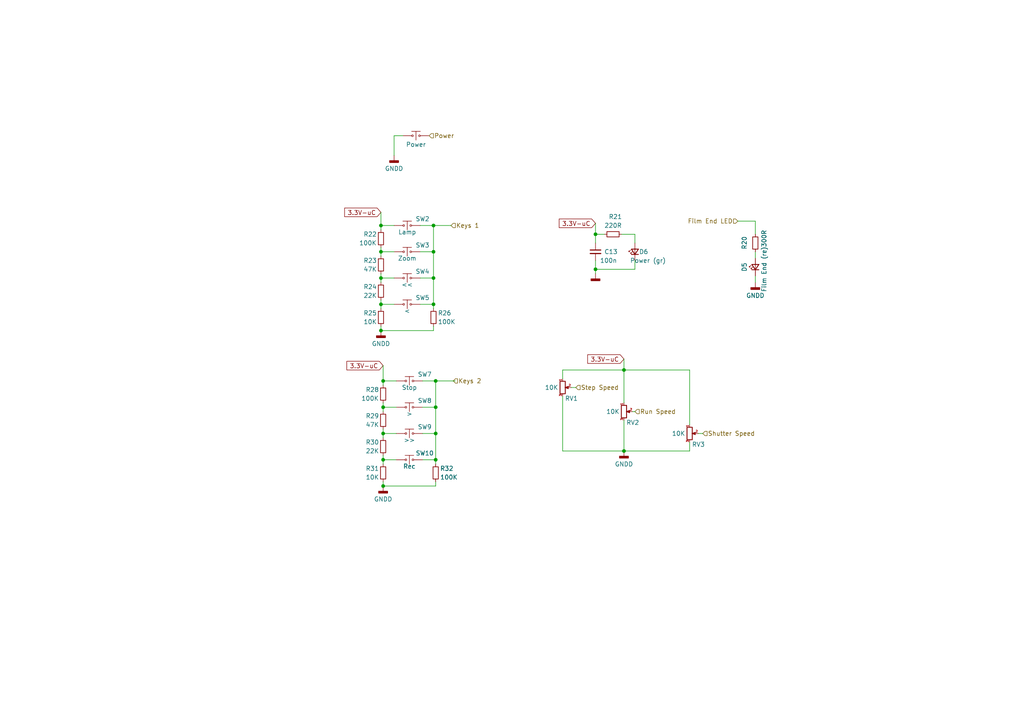
<source format=kicad_sch>
(kicad_sch (version 20230121) (generator eeschema)
  (paper "A4")
  (lib_symbols
    (symbol "B3F-5000_sm_1" (pin_numbers hide) (pin_names hide)
      (property "Reference" "SW" (at -1.27 3.81 0))
      (property "Value" "B3F-5000_sm" (at -1.27 -2.54 0))
      (symbol "B3F-5000_sm_1_0_1"
        (circle (center -1.02 0) (radius 0.25))
        (polyline (pts (xy -1.27 1.27) (xy 1.27 1.27)))
        (polyline (pts (xy 0 1.27) (xy 0 -1.27)))
        (circle (center 1.02 0) (radius 0.25))
      )
      (symbol "B3F-5000_sm_1_1_1"
        (pin no_connect line (at 3.81 0 180) (length 2.54) hide (name "~") (number "1"))
        (pin passive line (at 3.81 0 180) (length 2.54) (name "~") (number "2"))
        (pin no_connect line (at -3.81 0 0) (length 2.54) hide (name "~") (number "3"))
        (pin passive line (at -3.81 0 0) (length 2.54) (name "~") (number "4"))
      )
    )
    (symbol "B3F-5000_sm_2" (pin_numbers hide) (pin_names hide)
      (property "Reference" "SW" (at -1.27 3.81 0))
      (property "Value" "B3F-5000_sm" (at -1.27 -2.54 0))
      (symbol "B3F-5000_sm_2_0_1"
        (circle (center -1.02 0) (radius 0.25))
        (polyline (pts (xy -1.27 1.27) (xy 1.27 1.27)))
        (polyline (pts (xy 0 1.27) (xy 0 -1.27)))
        (circle (center 1.02 0) (radius 0.25))
      )
      (symbol "B3F-5000_sm_2_1_1"
        (pin no_connect line (at 3.81 0 180) (length 2.54) hide (name "~") (number "1"))
        (pin passive line (at 3.81 0 180) (length 2.54) (name "~") (number "2"))
        (pin no_connect line (at -3.81 0 0) (length 2.54) hide (name "~") (number "3"))
        (pin passive line (at -3.81 0 0) (length 2.54) (name "~") (number "4"))
      )
    )
    (symbol "B3F-5000_sm_3" (pin_numbers hide) (pin_names hide)
      (property "Reference" "SW" (at -1.27 3.81 0))
      (property "Value" "B3F-5000_sm" (at -1.27 -2.54 0))
      (symbol "B3F-5000_sm_3_0_1"
        (circle (center -1.02 0) (radius 0.25))
        (polyline (pts (xy -1.27 1.27) (xy 1.27 1.27)))
        (polyline (pts (xy 0 1.27) (xy 0 -1.27)))
        (circle (center 1.02 0) (radius 0.25))
      )
      (symbol "B3F-5000_sm_3_1_1"
        (pin no_connect line (at 3.81 0 180) (length 2.54) hide (name "~") (number "1"))
        (pin passive line (at 3.81 0 180) (length 2.54) (name "~") (number "2"))
        (pin no_connect line (at -3.81 0 0) (length 2.54) hide (name "~") (number "3"))
        (pin passive line (at -3.81 0 0) (length 2.54) (name "~") (number "4"))
      )
    )
    (symbol "B3F-5000_sm_4" (pin_numbers hide) (pin_names hide)
      (property "Reference" "SW" (at -1.27 3.81 0))
      (property "Value" "B3F-5000_sm" (at -1.27 -2.54 0))
      (symbol "B3F-5000_sm_4_0_1"
        (circle (center -1.02 0) (radius 0.25))
        (polyline (pts (xy -1.27 1.27) (xy 1.27 1.27)))
        (polyline (pts (xy 0 1.27) (xy 0 -1.27)))
        (circle (center 1.02 0) (radius 0.25))
      )
      (symbol "B3F-5000_sm_4_1_1"
        (pin no_connect line (at 3.81 0 180) (length 2.54) hide (name "~") (number "1"))
        (pin passive line (at 3.81 0 180) (length 2.54) (name "~") (number "2"))
        (pin no_connect line (at -3.81 0 0) (length 2.54) hide (name "~") (number "3"))
        (pin passive line (at -3.81 0 0) (length 2.54) (name "~") (number "4"))
      )
    )
    (symbol "B3F-5000_sm_5" (pin_numbers hide) (pin_names hide)
      (property "Reference" "SW" (at -1.27 3.81 0))
      (property "Value" "B3F-5000_sm" (at -1.27 -2.54 0))
      (symbol "B3F-5000_sm_5_0_1"
        (circle (center -1.02 0) (radius 0.25))
        (polyline (pts (xy -1.27 1.27) (xy 1.27 1.27)))
        (polyline (pts (xy 0 1.27) (xy 0 -1.27)))
        (circle (center 1.02 0) (radius 0.25))
      )
      (symbol "B3F-5000_sm_5_1_1"
        (pin no_connect line (at 3.81 0 180) (length 2.54) hide (name "~") (number "1"))
        (pin passive line (at 3.81 0 180) (length 2.54) (name "~") (number "2"))
        (pin no_connect line (at -3.81 0 0) (length 2.54) hide (name "~") (number "3"))
        (pin passive line (at -3.81 0 0) (length 2.54) (name "~") (number "4"))
      )
    )
    (symbol "B3F-5000_sm_6" (pin_numbers hide) (pin_names hide)
      (property "Reference" "SW" (at -1.27 3.81 0))
      (property "Value" "B3F-5000_sm" (at -1.27 -2.54 0))
      (symbol "B3F-5000_sm_6_0_1"
        (circle (center -1.02 0) (radius 0.25))
        (polyline (pts (xy -1.27 1.27) (xy 1.27 1.27)))
        (polyline (pts (xy 0 1.27) (xy 0 -1.27)))
        (circle (center 1.02 0) (radius 0.25))
      )
      (symbol "B3F-5000_sm_6_1_1"
        (pin no_connect line (at 3.81 0 180) (length 2.54) hide (name "~") (number "1"))
        (pin passive line (at 3.81 0 180) (length 2.54) (name "~") (number "2"))
        (pin no_connect line (at -3.81 0 0) (length 2.54) hide (name "~") (number "3"))
        (pin passive line (at -3.81 0 0) (length 2.54) (name "~") (number "4"))
      )
    )
    (symbol "B3F-5000_sm_7" (pin_numbers hide) (pin_names hide)
      (property "Reference" "SW" (at -1.27 3.81 0))
      (property "Value" "B3F-5000_sm" (at -1.27 -2.54 0))
      (symbol "B3F-5000_sm_7_0_1"
        (circle (center -1.02 0) (radius 0.25))
        (polyline (pts (xy -1.27 1.27) (xy 1.27 1.27)))
        (polyline (pts (xy 0 1.27) (xy 0 -1.27)))
        (circle (center 1.02 0) (radius 0.25))
      )
      (symbol "B3F-5000_sm_7_1_1"
        (pin no_connect line (at 3.81 0 180) (length 2.54) hide (name "~") (number "1"))
        (pin passive line (at 3.81 0 180) (length 2.54) (name "~") (number "2"))
        (pin no_connect line (at -3.81 0 0) (length 2.54) hide (name "~") (number "3"))
        (pin passive line (at -3.81 0 0) (length 2.54) (name "~") (number "4"))
      )
    )
    (symbol "B3F-5000_sm_8" (pin_numbers hide) (pin_names hide)
      (property "Reference" "SW" (at -1.27 3.81 0))
      (property "Value" "B3F-5000_sm" (at -1.27 -2.54 0))
      (symbol "B3F-5000_sm_8_0_1"
        (circle (center -1.02 0) (radius 0.25))
        (polyline (pts (xy -1.27 1.27) (xy 1.27 1.27)))
        (polyline (pts (xy 0 1.27) (xy 0 -1.27)))
        (circle (center 1.02 0) (radius 0.25))
      )
      (symbol "B3F-5000_sm_8_1_1"
        (pin no_connect line (at 3.81 0 180) (length 2.54) hide (name "~") (number "1"))
        (pin passive line (at 3.81 0 180) (length 2.54) (name "~") (number "2"))
        (pin no_connect line (at -3.81 0 0) (length 2.54) hide (name "~") (number "3"))
        (pin passive line (at -3.81 0 0) (length 2.54) (name "~") (number "4"))
      )
    )
    (symbol "Device:C_Small" (pin_numbers hide) (pin_names (offset 0.254) hide)
      (property "Reference" "C" (at 0.254 1.778 0))
      (property "Value" "C_Small" (at 0.254 -2.032 0))
      (symbol "C_Small_0_1"
        (polyline (pts (xy -1.524 -0.508) (xy 1.524 -0.508)) (stroke (width 0.3302)))
        (polyline (pts (xy -1.524 0.508) (xy 1.524 0.508)) (stroke (width 0.3048)))
      )
      (symbol "C_Small_1_1"
        (pin passive line (at 0 2.54 270) (length 2.032) (name "~") (number "1"))
        (pin passive line (at 0 -2.54 90) (length 2.032) (name "~") (number "2"))
      )
    )
    (symbol "Device:LED_Small" (pin_numbers hide) (pin_names (offset 0.254) hide)
      (property "Reference" "D" (at -1.27 3.175 0))
      (property "Value" "LED_Small" (at -4.445 -2.54 0))
      (symbol "LED_Small_0_1"
        (polyline (pts (xy -0.762 -1.016) (xy -0.762 1.016)) (stroke (width 0.254)))
        (polyline (pts (xy 1.016 0) (xy -0.762 0)))
        (polyline (pts (xy 0.762 -1.016) (xy -0.762 0) (xy 0.762 1.016) (xy 0.762 -1.016)) (stroke (width 0.254)))
        (polyline (pts (xy 0 0.762) (xy -0.508 1.27) (xy -0.254 1.27) (xy -0.508 1.27) (xy -0.508 1.016)))
        (polyline (pts (xy 0.508 1.27) (xy 0 1.778) (xy 0.254 1.778) (xy 0 1.778) (xy 0 1.524)))
      )
      (symbol "LED_Small_1_1"
        (pin passive line (at -2.54 0 0) (length 1.778) (name "K") (number "1"))
        (pin passive line (at 2.54 0 180) (length 1.778) (name "A") (number "2"))
      )
    )
    (symbol "Device:R_Potentiometer_Small" (pin_names (offset 1.016) hide)
      (property "Reference" "RV" (at -4.445 0 90))
      (property "Value" "R_Potentiometer_Small" (at -2.54 0 90))
      (symbol "R_Potentiometer_Small_0_1"
        (polyline (pts (xy 0.889 0) (xy 0.635 0) (xy 1.651 0.381) (xy 1.651 -0.381) (xy 0.635 0) (xy 0.889 0)) (fill (type outline)))
        (rectangle (start 0.762 1.8034) (end -0.762 -1.8034) (stroke (width 0.254)))
      )
      (symbol "R_Potentiometer_Small_1_1"
        (pin passive line (at 0 2.54 270) (length 0.635) (name "1") (number "1"))
        (pin passive line (at 2.54 0 180) (length 0.9906) (name "2") (number "2"))
        (pin passive line (at 0 -2.54 90) (length 0.635) (name "3") (number "3"))
      )
    )
    (symbol "Device:R_Small" (pin_numbers hide) (pin_names (offset 0.254) hide)
      (property "Reference" "R" (at 0.762 0.508 0))
      (property "Value" "R_Small" (at 0.762 -1.016 0))
      (symbol "R_Small_0_1"
        (rectangle (start -0.762 1.778) (end 0.762 -1.778) (stroke (width 0.2032)))
      )
      (symbol "R_Small_1_1"
        (pin passive line (at 0 2.54 270) (length 0.762) (name "~") (number "1"))
        (pin passive line (at 0 -2.54 90) (length 0.762) (name "~") (number "2"))
      )
    )
    (symbol "easyeda2kicad:B3F-5000_sm" (pin_numbers hide) (pin_names hide)
      (property "Reference" "SW" (at -1.27 3.81 0))
      (property "Value" "B3F-5000_sm" (at -1.27 -2.54 0))
      (symbol "B3F-5000_sm_0_1"
        (circle (center -1.02 0) (radius 0.25))
        (polyline (pts (xy -1.27 1.27) (xy 1.27 1.27)))
        (polyline (pts (xy 0 1.27) (xy 0 -1.27)))
        (circle (center 1.02 0) (radius 0.25))
      )
      (symbol "B3F-5000_sm_1_1"
        (pin no_connect line (at 3.81 0 180) (length 2.54) hide (name "~") (number "1"))
        (pin passive line (at 3.81 0 180) (length 2.54) (name "~") (number "2"))
        (pin no_connect line (at -3.81 0 0) (length 2.54) hide (name "~") (number "3"))
        (pin passive line (at -3.81 0 0) (length 2.54) (name "~") (number "4"))
      )
    )
    (symbol "power:GNDD" (power) (pin_names (offset 0))
      (property "Value" "GNDD" (at 0 -3.175 0))
      (symbol "GNDD_0_1"
        (rectangle (start -1.27 -1.524) (end 1.27 -2.032) (stroke (width 0.254)) (fill (type outline)))
        (polyline (pts (xy 0 0) (xy 0 -1.524)))
      )
      (symbol "GNDD_1_1"
        (pin power_in line (at 0 0 270) (length 0) hide (name "GNDD") (number "1"))
      )
    )
  )
  (junction (at 126.365 133.35))
  (junction (at 180.975 130.81))
  (junction (at 126.365 110.49))
  (junction (at 126.365 118.11))
  (junction (at 110.49 80.645))
  (junction (at 125.73 80.645))
  (junction (at 172.72 78.105))
  (junction (at 125.73 88.265))
  (junction (at 125.73 65.405))
  (junction (at 111.125 140.97))
  (junction (at 110.49 95.885))
  (junction (at 110.49 88.265))
  (junction (at 110.49 65.405))
  (junction (at 110.49 73.025))
  (junction (at 111.125 133.35))
  (junction (at 172.72 67.945))
  (junction (at 111.125 125.73))
  (junction (at 111.125 110.49))
  (junction (at 126.365 125.73))
  (junction (at 111.125 118.11))
  (junction (at 180.975 107.315))
  (junction (at 125.73 73.025))
  (wire (pts (xy 184.15 78.105) (xy 172.72 78.105)))
  (wire (pts (xy 219.075 64.135) (xy 219.075 67.945)))
  (wire (pts (xy 163.195 130.81) (xy 180.975 130.81)))
  (wire (pts (xy 163.195 107.315) (xy 163.195 109.855)))
  (wire (pts (xy 111.125 125.73) (xy 111.125 127)))
  (wire (pts (xy 110.49 80.645) (xy 110.49 81.915)))
  (wire (pts (xy 122.555 133.35) (xy 126.365 133.35)))
  (wire (pts (xy 114.3 39.37) (xy 114.3 45.085)))
  (wire (pts (xy 111.125 133.35) (xy 114.935 133.35)))
  (wire (pts (xy 163.195 114.935) (xy 163.195 130.81)))
  (wire (pts (xy 126.365 133.35) (xy 126.365 134.62)))
  (wire (pts (xy 122.555 118.11) (xy 126.365 118.11)))
  (wire (pts (xy 180.975 104.14) (xy 180.975 107.315)))
  (wire (pts (xy 110.49 80.645) (xy 114.3 80.645)))
  (wire (pts (xy 180.975 130.81) (xy 200.025 130.81)))
  (wire (pts (xy 111.125 132.08) (xy 111.125 133.35)))
  (wire (pts (xy 111.125 106.045) (xy 111.125 110.49)))
  (wire (pts (xy 111.125 110.49) (xy 111.125 111.76)))
  (wire (pts (xy 184.15 67.945) (xy 184.15 70.485)))
  (wire (pts (xy 110.49 61.595) (xy 110.49 65.405)))
  (wire (pts (xy 111.125 139.7) (xy 111.125 140.97)))
  (wire (pts (xy 110.49 86.995) (xy 110.49 88.265)))
  (wire (pts (xy 184.15 75.565) (xy 184.15 78.105)))
  (wire (pts (xy 121.92 80.645) (xy 125.73 80.645)))
  (wire (pts (xy 219.075 73.025) (xy 219.075 74.93)))
  (wire (pts (xy 200.025 128.27) (xy 200.025 130.81)))
  (wire (pts (xy 121.92 88.265) (xy 125.73 88.265)))
  (wire (pts (xy 111.125 118.11) (xy 114.935 118.11)))
  (wire (pts (xy 125.73 88.265) (xy 125.73 89.535)))
  (wire (pts (xy 110.49 73.025) (xy 110.49 74.295)))
  (wire (pts (xy 110.49 95.885) (xy 125.73 95.885)))
  (wire (pts (xy 114.3 39.37) (xy 116.84 39.37)))
  (wire (pts (xy 172.72 67.945) (xy 172.72 70.485)))
  (wire (pts (xy 126.365 139.7) (xy 126.365 140.97)))
  (wire (pts (xy 202.565 125.73) (xy 203.835 125.73)))
  (wire (pts (xy 121.92 65.405) (xy 125.73 65.405)))
  (wire (pts (xy 183.515 119.38) (xy 184.15 119.38)))
  (wire (pts (xy 126.365 110.49) (xy 132.08 110.49)))
  (wire (pts (xy 172.72 64.77) (xy 172.72 67.945)))
  (wire (pts (xy 110.49 88.265) (xy 110.49 89.535)))
  (wire (pts (xy 111.125 140.97) (xy 126.365 140.97)))
  (wire (pts (xy 172.72 67.945) (xy 175.26 67.945)))
  (wire (pts (xy 180.975 121.92) (xy 180.975 130.81)))
  (wire (pts (xy 180.975 107.315) (xy 200.025 107.315)))
  (wire (pts (xy 126.365 110.49) (xy 126.365 118.11)))
  (wire (pts (xy 200.025 107.315) (xy 200.025 123.19)))
  (wire (pts (xy 219.075 80.01) (xy 219.075 81.915)))
  (wire (pts (xy 111.125 124.46) (xy 111.125 125.73)))
  (wire (pts (xy 110.49 88.265) (xy 114.3 88.265)))
  (wire (pts (xy 111.125 110.49) (xy 114.935 110.49)))
  (wire (pts (xy 111.125 116.84) (xy 111.125 118.11)))
  (wire (pts (xy 110.49 79.375) (xy 110.49 80.645)))
  (wire (pts (xy 111.125 133.35) (xy 111.125 134.62)))
  (wire (pts (xy 172.72 78.105) (xy 172.72 79.375)))
  (wire (pts (xy 165.735 112.395) (xy 167.005 112.395)))
  (wire (pts (xy 180.975 107.315) (xy 180.975 116.84)))
  (wire (pts (xy 172.72 75.565) (xy 172.72 78.105)))
  (wire (pts (xy 122.555 125.73) (xy 126.365 125.73)))
  (wire (pts (xy 110.49 94.615) (xy 110.49 95.885)))
  (wire (pts (xy 180.34 67.945) (xy 184.15 67.945)))
  (wire (pts (xy 122.555 110.49) (xy 126.365 110.49)))
  (wire (pts (xy 110.49 71.755) (xy 110.49 73.025)))
  (wire (pts (xy 110.49 65.405) (xy 110.49 66.675)))
  (wire (pts (xy 121.92 73.025) (xy 125.73 73.025)))
  (wire (pts (xy 125.73 80.645) (xy 125.73 88.265)))
  (wire (pts (xy 213.995 64.135) (xy 219.075 64.135)))
  (wire (pts (xy 163.195 107.315) (xy 180.975 107.315)))
  (wire (pts (xy 125.73 65.405) (xy 125.73 73.025)))
  (wire (pts (xy 125.73 94.615) (xy 125.73 95.885)))
  (wire (pts (xy 110.49 73.025) (xy 114.3 73.025)))
  (wire (pts (xy 126.365 118.11) (xy 126.365 125.73)))
  (wire (pts (xy 110.49 65.405) (xy 114.3 65.405)))
  (wire (pts (xy 125.73 73.025) (xy 125.73 80.645)))
  (wire (pts (xy 125.73 65.405) (xy 130.81 65.405)))
  (wire (pts (xy 111.125 125.73) (xy 114.935 125.73)))
  (wire (pts (xy 126.365 125.73) (xy 126.365 133.35)))
  (wire (pts (xy 111.125 118.11) (xy 111.125 119.38)))
  (global_label "3.3V-uC" (shape input) (at 172.72 64.77 180) (property "Intersheetrefs" "${INTERSHEET_REFS}" (effects hide)))
  (global_label "3.3V-uC" (shape input) (at 111.125 106.045 180) (property "Intersheetrefs" "${INTERSHEET_REFS}" (effects hide)))
  (global_label "3.3V-uC" (shape input) (at 180.975 104.14 180) (property "Intersheetrefs" "${INTERSHEET_REFS}" (effects hide)))
  (global_label "3.3V-uC" (shape input) (at 110.49 61.595 180) (property "Intersheetrefs" "${INTERSHEET_REFS}" (effects hide)))
  (hierarchical_label "Shutter Speed" (shape input) (at 203.835 125.73 0))
  (hierarchical_label "Film End LED" (shape input) (at 213.995 64.135 180))
  (hierarchical_label "Keys 1" (shape input) (at 130.81 65.405 0))
  (hierarchical_label "Keys 2" (shape input) (at 131.445 110.49 0))
  (hierarchical_label "Step Speed" (shape input) (at 167.005 112.395 0))
  (hierarchical_label "Power" (shape input) (at 124.46 39.37 0))
  (hierarchical_label "Run Speed" (shape input) (at 184.15 119.38 0))
  (symbol (lib_name "B3F-5000_sm_1") (lib_id "easyeda2kicad:B3F-5000_sm") (at 118.11 65.405 0) (unit 1)
    (property "Reference" "SW2" (at 122.555 63.5 0))
    (property "Value" "Lamp" (at 118.11 67.31 0))
    (property "Footprint" "easyeda2kicad:KEY-TH_4P-L12.0-W12.0-P5.0-LS12.5-EH-small" (effects hide))
    (property "Datasheet" "https://lcsc.com/product-detail/Others_Omron-Electronics_B3F-5000_Omron-Electronics-B3F-5000_C93156.html" (effects hide))
    (property "LCSC" "C93156" (effects hide))
    (property "Inventory" "E" (effects hide))
  )
  (symbol (lib_id "Device:R_Potentiometer_Small") (at 200.025 125.73 0) (unit 1)
    (property "Reference" "RV3" (at 204.47 128.905 0) (effects (justify right)))
    (property "Value" "10K" (at 198.755 125.73 0) (effects (justify right)))
    (property "Footprint" "easyeda2kicad:RES-ADJ-TH_3P-L10.0-W10.0-P2.50-L" (effects hide))
    (property "Datasheet" "https://datasheet.lcsc.com/lcsc/1811071811_BOCHEN-Chengdu-Guosheng-Tech-3296W-1-103_C118954.pdf" (effects hide))
    (property "LCSC" "C118954" (effects hide))
    (property "Inventory" "E" (effects hide))
  )
  (symbol (lib_name "B3F-5000_sm_6") (lib_id "easyeda2kicad:B3F-5000_sm") (at 118.11 88.265 0) (unit 1)
    (property "Reference" "SW5" (at 122.555 86.36 0))
    (property "Value" "<" (at 118.11 90.17 0))
    (property "Footprint" "easyeda2kicad:KEY-TH_4P-L12.0-W12.0-P5.0-LS12.5-EH-small" (effects hide))
    (property "Datasheet" "https://lcsc.com/product-detail/Others_Omron-Electronics_B3F-5000_Omron-Electronics-B3F-5000_C93156.html" (effects hide))
    (property "LCSC" "C93156" (effects hide))
  )
  (symbol (lib_id "Device:R_Small") (at 219.075 70.485 0) (unit 1)
    (property "Reference" "R20" (at 215.9 72.39 90) (effects (justify left)))
    (property "Value" "300R" (at 221.615 71.755 90) (effects (justify left)))
    (property "Footprint" "Resistor_SMD:R_0805_2012Metric" (effects hide))
    (property "LCSC" "C17617" (effects hide))
    (property "Inventory" "B" (effects hide))
    (instances (project "scan-controller-kicad" (path "" (reference "R20") (unit 1)) (path "" (reference "R18") (unit 1))))
  )
  (symbol (lib_id "power:GNDD") (at 110.49 95.885 0) (unit 1)
    (property "Reference" "#PWR038" (effects hide))
    (property "Value" "GNDD" (at 110.49 99.695 0))
    (instances (project "scan-controller-kicad" (path "" (reference "#PWR038") (unit 1)) (path "" (reference "#PWR015") (unit 1))))
  )
  (symbol (lib_id "Device:R_Small") (at 111.125 137.16 0) (unit 1)
    (property "Reference" "R31" (at 106.045 135.89 0) (effects (justify left)))
    (property "Value" "10K" (at 106.045 138.43 0) (effects (justify left)))
    (property "Footprint" "Resistor_SMD:R_0805_2012Metric" (effects hide))
    (property "LCSC" "C17414" (effects hide))
    (property "Inventory" "B" (effects hide))
    (instances (project "scan-controller-kicad" (path "" (reference "R31") (unit 1)) (path "" (reference "R14") (unit 1))))
  )
  (symbol (lib_id "Device:C_Small") (at 172.72 73.025 0) (unit 1)
    (property "Reference" "C13" (at 175.26 73.025 0) (effects (justify left)))
    (property "Value" "100n" (at 173.99 75.565 0) (effects (justify left)))
    (property "Footprint" "Capacitor_SMD:C_0805_2012Metric" (effects hide))
    (property "Datasheet" "https://datasheet.lcsc.com/lcsc/2304140030_Samsung-Electro-Mechanics-CL21B104KCFNNNE_C28233.pdf" (effects hide))
    (property "LCSC" "C28233" (effects hide))
    (property "Inventory" "B" (effects hide))
    (instances (project "scan-controller-kicad" (path "" (reference "C13") (unit 1)) (path "" (reference "C11") (unit 1))))
  )
  (symbol (lib_id "Device:R_Small") (at 111.125 114.3 0) (unit 1)
    (property "Reference" "R28" (at 106.045 113.03 0) (effects (justify left)))
    (property "Value" "100K" (at 104.775 115.57 0) (effects (justify left)))
    (property "Footprint" "Resistor_SMD:R_0805_2012Metric" (effects hide))
    (property "LCSC" "C149504" (effects hide))
    (property "Inventory" "B" (effects hide))
    (instances (project "scan-controller-kicad" (path "" (reference "R28") (unit 1)) (path "" (reference "R11") (unit 1))))
  )
  (symbol (lib_id "easyeda2kicad:B3F-5000_sm") (at 120.65 39.37 0) (unit 1)
    (property "Reference" "SW1" (effects hide))
    (property "Value" "Power" (at 120.65 41.91 0))
    (property "Footprint" "easyeda2kicad:KEY-TH_4P-L12.0-W12.0-P5.0-LS12.5-EH-small" (effects hide))
    (property "Datasheet" "https://lcsc.com/product-detail/Others_Omron-Electronics_B3F-5000_Omron-Electronics-B3F-5000_C93156.html" (effects hide))
    (property "LCSC" "C93156" (effects hide))
    (instances (project "scan-controller-kicad" (path "" (reference "SW1") (unit 1)) (path "" (reference "SW10") (unit 1))))
  )
  (symbol (lib_id "Device:R_Potentiometer_Small") (at 163.195 112.395 0) (unit 1)
    (property "Reference" "RV1" (at 167.64 115.57 0) (effects (justify right)))
    (property "Value" "10K" (at 161.925 112.395 0) (effects (justify right)))
    (property "Footprint" "easyeda2kicad:RES-ADJ-TH_RK09K1130AJ3" (effects hide))
    (property "Datasheet" "https://datasheet.lcsc.com/lcsc/2304140030_ALPSALPINE-RK09K1130AP5_C470295.pdf" (effects hide))
    (property "LCSC" "C470295" (effects hide))
    (property "Inventory" "E" (effects hide))
  )
  (symbol (lib_id "power:GNDD") (at 111.125 140.97 0) (unit 1)
    (property "Reference" "#PWR040" (effects hide))
    (property "Value" "GNDD" (at 111.125 144.78 0))
    (instances (project "scan-controller-kicad" (path "" (reference "#PWR040") (unit 1)) (path "" (reference "#PWR016") (unit 1))))
  )
  (symbol (lib_id "Device:R_Small") (at 110.49 76.835 0) (unit 1)
    (property "Reference" "R23" (at 105.41 75.565 0) (effects (justify left)))
    (property "Value" "47K" (at 105.41 78.105 0) (effects (justify left)))
    (property "Footprint" "Resistor_SMD:R_0805_2012Metric" (effects hide))
    (property "LCSC" "C17713" (effects hide))
    (property "Inventory" "B" (effects hide))
    (instances (project "scan-controller-kicad" (path "" (reference "R23") (unit 1)) (path "" (reference "R8") (unit 1))))
  )
  (symbol (lib_name "B3F-5000_sm_4") (lib_id "easyeda2kicad:B3F-5000_sm") (at 118.745 118.11 0) (unit 1)
    (property "Reference" "SW8" (at 123.19 116.205 0))
    (property "Value" ">" (at 118.745 120.015 0))
    (property "Footprint" "easyeda2kicad:KEY-TH_4P-L12.0-W12.0-P5.0-LS12.5-EH-small" (effects hide))
    (property "Datasheet" "https://lcsc.com/product-detail/Others_Omron-Electronics_B3F-5000_Omron-Electronics-B3F-5000_C93156.html" (effects hide))
    (property "LCSC" "C93156" (effects hide))
    (instances (project "scan-controller-kicad" (path "" (reference "SW8") (unit 1)) (path "" (reference "SW7") (unit 1))))
  )
  (symbol (lib_id "Device:R_Small") (at 110.49 69.215 0) (unit 1)
    (property "Reference" "R22" (at 105.41 67.945 0) (effects (justify left)))
    (property "Value" "100K" (at 104.14 70.485 0) (effects (justify left)))
    (property "Footprint" "Resistor_SMD:R_0805_2012Metric" (effects hide))
    (property "LCSC" "C149504" (effects hide))
    (property "Inventory" "B" (effects hide))
    (instances (project "scan-controller-kicad" (path "" (reference "R22") (unit 1)) (path "" (reference "R7") (unit 1))))
  )
  (symbol (lib_name "B3F-5000_sm_5") (lib_id "easyeda2kicad:B3F-5000_sm") (at 118.745 133.35 0) (unit 1)
    (property "Reference" "SW10" (at 123.19 131.445 0))
    (property "Value" "Rec" (at 118.745 135.255 0))
    (property "Footprint" "easyeda2kicad:KEY-TH_4P-L12.0-W12.0-P5.0-LS12.5-EH-small" (effects hide))
    (property "Datasheet" "https://lcsc.com/product-detail/Others_Omron-Electronics_B3F-5000_Omron-Electronics-B3F-5000_C93156.html" (effects hide))
    (property "LCSC" "C93156" (effects hide))
    (instances (project "scan-controller-kicad" (path "" (reference "SW10") (unit 1)) (path "" (reference "SW9") (unit 1))))
  )
  (symbol (lib_id "Device:LED_Small") (at 184.15 73.025 90) (unit 1)
    (property "Reference" "D6" (at 186.69 73.025 90))
    (property "Value" "Power (gr)" (at 187.96 75.565 90))
    (property "Footprint" "LED_SMD:LED_0805_2012Metric" (effects hide))
    (property "Datasheet" "https://datasheet.lcsc.com/lcsc/1806151820_Hubei-KENTO-Elec-KT-0805G_C2297.pdf" (effects hide))
    (property "LCSC" "C2297" (effects hide))
    (property "Inventory" "B" (effects hide))
    (instances (project "scan-controller-kicad" (path "" (reference "D6") (unit 1)) (path "" (reference "D2") (unit 1))))
  )
  (symbol (lib_id "power:GNDD") (at 114.3 45.085 0) (unit 1)
    (property "Reference" "#PWR026" (effects hide))
    (property "Value" "GNDD" (at 114.3 48.895 0))
    (instances (project "scan-controller-kicad" (path "" (reference "#PWR026") (unit 1)) (path "" (reference "#PWR017") (unit 1))))
  )
  (symbol (lib_id "power:GNDD") (at 172.72 79.375 0) (unit 1)
    (property "Reference" "#PWR034" (effects hide))
    (property "Value" "GNDD" (effects hide))
    (instances (project "scan-controller-kicad" (path "" (reference "#PWR034") (unit 1)) (path "" (reference "#PWR018") (unit 1))))
  )
  (symbol (lib_id "Device:R_Small") (at 111.125 129.54 0) (unit 1)
    (property "Reference" "R30" (at 106.045 128.27 0) (effects (justify left)))
    (property "Value" "22K" (at 106.045 130.81 0) (effects (justify left)))
    (property "Footprint" "Resistor_SMD:R_0805_2012Metric" (effects hide))
    (property "LCSC" "C17560" (effects hide))
    (property "Inventory" "B" (effects hide))
    (instances (project "scan-controller-kicad" (path "" (reference "R30") (unit 1)) (path "" (reference "R13") (unit 1))))
  )
  (symbol (lib_name "B3F-5000_sm_2") (lib_id "easyeda2kicad:B3F-5000_sm") (at 118.11 80.645 0) (unit 1)
    (property "Reference" "SW4" (at 122.555 78.74 0))
    (property "Value" "<<" (at 118.11 82.55 0))
    (property "Footprint" "easyeda2kicad:KEY-TH_4P-L12.0-W12.0-P5.0-LS12.5-EH-small" (effects hide))
    (property "Datasheet" "https://lcsc.com/product-detail/Others_Omron-Electronics_B3F-5000_Omron-Electronics-B3F-5000_C93156.html" (effects hide))
    (property "LCSC" "C93156" (effects hide))
  )
  (symbol (lib_name "B3F-5000_sm_3") (lib_id "easyeda2kicad:B3F-5000_sm") (at 118.745 125.73 0) (unit 1)
    (property "Reference" "SW9" (at 123.19 123.825 0))
    (property "Value" ">>" (at 118.745 127.635 0))
    (property "Footprint" "easyeda2kicad:KEY-TH_4P-L12.0-W12.0-P5.0-LS12.5-EH-small" (effects hide))
    (property "Datasheet" "https://lcsc.com/product-detail/Others_Omron-Electronics_B3F-5000_Omron-Electronics-B3F-5000_C93156.html" (effects hide))
    (property "LCSC" "C93156" (effects hide))
    (instances (project "scan-controller-kicad" (path "" (reference "SW9") (unit 1)) (path "" (reference "SW8") (unit 1))))
  )
  (symbol (lib_id "Device:R_Small") (at 126.365 137.16 0) (unit 1)
    (property "Reference" "R32" (at 127.635 135.89 0) (effects (justify left)))
    (property "Value" "100K" (at 127.635 138.43 0) (effects (justify left)))
    (property "Footprint" "Resistor_SMD:R_0805_2012Metric" (effects hide))
    (property "LCSC" "C149504" (effects hide))
    (property "Inventory" "B" (effects hide))
    (instances (project "scan-controller-kicad" (path "" (reference "R32") (unit 1)) (path "" (reference "R16") (unit 1))))
  )
  (symbol (lib_id "power:GNDD") (at 180.975 130.81 0) (unit 1)
    (property "Reference" "#PWR035" (effects hide))
    (property "Value" "GNDD" (at 180.975 134.62 0))
    (instances (project "scan-controller-kicad" (path "" (reference "#PWR035") (unit 1)) (path "" (reference "#PWR019") (unit 1))))
  )
  (symbol (lib_id "Device:R_Small") (at 110.49 92.075 0) (unit 1)
    (property "Reference" "R25" (at 105.41 90.805 0) (effects (justify left)))
    (property "Value" "10K" (at 105.41 93.345 0) (effects (justify left)))
    (property "Footprint" "Resistor_SMD:R_0805_2012Metric" (effects hide))
    (property "LCSC" "C17414" (effects hide))
    (property "Inventory" "B" (effects hide))
    (instances (project "scan-controller-kicad" (path "" (reference "R25") (unit 1)) (path "" (reference "R10") (unit 1))))
  )
  (symbol (lib_id "Device:R_Small") (at 110.49 84.455 0) (unit 1)
    (property "Reference" "R24" (at 105.41 83.185 0) (effects (justify left)))
    (property "Value" "22K" (at 105.41 85.725 0) (effects (justify left)))
    (property "Footprint" "Resistor_SMD:R_0805_2012Metric" (effects hide))
    (property "LCSC" "C17560" (effects hide))
    (property "Inventory" "B" (effects hide))
    (instances (project "scan-controller-kicad" (path "" (reference "R24") (unit 1)) (path "" (reference "R9") (unit 1))))
  )
  (symbol (lib_id "Device:R_Small") (at 111.125 121.92 0) (unit 1)
    (property "Reference" "R29" (at 106.045 120.65 0) (effects (justify left)))
    (property "Value" "47K" (at 106.045 123.19 0) (effects (justify left)))
    (property "Footprint" "Resistor_SMD:R_0805_2012Metric" (effects hide))
    (property "LCSC" "C17713" (effects hide))
    (property "Inventory" "B" (effects hide))
    (instances (project "scan-controller-kicad" (path "" (reference "R29") (unit 1)) (path "" (reference "R12") (unit 1))))
  )
  (symbol (lib_id "Device:R_Potentiometer_Small") (at 180.975 119.38 0) (unit 1)
    (property "Reference" "RV2" (at 185.42 122.555 0) (effects (justify right)))
    (property "Value" "10K" (at 179.705 119.38 0) (effects (justify right)))
    (property "Footprint" "easyeda2kicad:RES-ADJ-TH_RK09K1130AJ3" (effects hide))
    (property "Datasheet" "https://datasheet.lcsc.com/lcsc/2304140030_ALPSALPINE-RK09K1130AP5_C470295.pdf" (effects hide))
    (property "LCSC" "C470295" (effects hide))
    (property "Inventory" "E" (effects hide))
  )
  (symbol (lib_name "B3F-5000_sm_8") (lib_id "easyeda2kicad:B3F-5000_sm") (at 118.745 110.49 0) (unit 1)
    (property "Reference" "SW7" (at 123.19 108.585 0))
    (property "Value" "Stop" (at 118.745 112.395 0))
    (property "Footprint" "easyeda2kicad:KEY-TH_4P-L12.0-W12.0-P5.0-LS12.5-EH-small" (effects hide))
    (property "Datasheet" "https://lcsc.com/product-detail/Others_Omron-Electronics_B3F-5000_Omron-Electronics-B3F-5000_C93156.html" (effects hide))
    (property "LCSC" "C93156" (effects hide))
    (instances (project "scan-controller-kicad" (path "" (reference "SW7") (unit 1)) (path "" (reference "SW6") (unit 1))))
  )
  (symbol (lib_id "power:GNDD") (at 219.075 81.915 0) (unit 1)
    (property "Reference" "#PWR036" (effects hide))
    (property "Value" "GNDD" (at 219.075 85.725 0))
    (instances (project "scan-controller-kicad" (path "" (reference "#PWR036") (unit 1)) (path "" (reference "#PWR020") (unit 1))))
  )
  (symbol (lib_id "Device:R_Small") (at 177.8 67.945 270) (unit 1)
    (property "Reference" "R21" (at 176.53 62.865 90) (effects (justify left)))
    (property "Value" "220R" (at 175.26 65.405 90) (effects (justify left)))
    (property "Footprint" "Resistor_SMD:R_0805_2012Metric" (effects hide))
    (property "LCSC" "C17557" (effects hide))
    (property "Inventory" "B" (effects hide))
    (instances (project "scan-controller-kicad" (path "" (reference "R21") (unit 1)) (path "" (reference "R17") (unit 1))))
  )
  (symbol (lib_id "Device:LED_Small") (at 219.075 77.47 90) (unit 1)
    (property "Reference" "D5" (at 215.9 77.47 0))
    (property "Value" "Film End (re)" (at 221.615 78.105 0))
    (property "Footprint" "LED_SMD:LED_0805_2012Metric" (effects hide))
    (property "Datasheet" "https://datasheet.lcsc.com/lcsc/2304140030_Foshan-NationStar-Optoelectronics-NCD0805R1_C84256.pdf" (effects hide))
    (property "LCSC" "C84256" (effects hide))
    (property "Inventory" "B" (effects hide))
    (instances (project "scan-controller-kicad" (path "" (reference "D5") (unit 1)) (path "" (reference "D3") (unit 1))))
  )
  (symbol (lib_name "B3F-5000_sm_7") (lib_id "easyeda2kicad:B3F-5000_sm") (at 118.11 73.025 0) (unit 1)
    (property "Reference" "SW3" (at 122.555 71.12 0))
    (property "Value" "Zoom" (at 118.11 74.93 0))
    (property "Footprint" "easyeda2kicad:KEY-TH_4P-L12.0-W12.0-P5.0-LS12.5-EH-small" (effects hide))
    (property "Datasheet" "https://lcsc.com/product-detail/Others_Omron-Electronics_B3F-5000_Omron-Electronics-B3F-5000_C93156.html" (effects hide))
    (property "LCSC" "C93156" (effects hide))
  )
  (symbol (lib_id "Device:R_Small") (at 125.73 92.075 0) (unit 1)
    (property "Reference" "R26" (at 127 90.805 0) (effects (justify left)))
    (property "Value" "100K" (at 127 93.345 0) (effects (justify left)))
    (property "Footprint" "Resistor_SMD:R_0805_2012Metric" (effects hide))
    (property "LCSC" "C149504" (effects hide))
    (property "Inventory" "B" (effects hide))
    (instances (project "scan-controller-kicad" (path "" (reference "R26") (unit 1)) (path "" (reference "R15") (unit 1))))
  )
)
</source>
